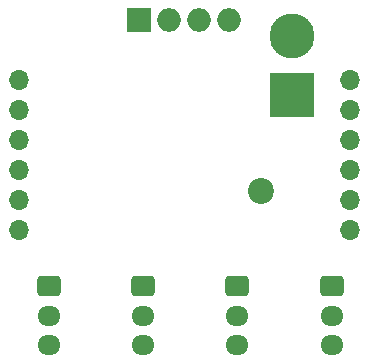
<source format=gbs>
G04 #@! TF.GenerationSoftware,KiCad,Pcbnew,7.0.1*
G04 #@! TF.CreationDate,2023-07-16T12:12:56+02:00*
G04 #@! TF.ProjectId,servo_level_shifter,73657276-6f5f-46c6-9576-656c5f736869,rev?*
G04 #@! TF.SameCoordinates,Original*
G04 #@! TF.FileFunction,Soldermask,Bot*
G04 #@! TF.FilePolarity,Negative*
%FSLAX46Y46*%
G04 Gerber Fmt 4.6, Leading zero omitted, Abs format (unit mm)*
G04 Created by KiCad (PCBNEW 7.0.1) date 2023-07-16 12:12:56*
%MOMM*%
%LPD*%
G01*
G04 APERTURE LIST*
G04 Aperture macros list*
%AMRoundRect*
0 Rectangle with rounded corners*
0 $1 Rounding radius*
0 $2 $3 $4 $5 $6 $7 $8 $9 X,Y pos of 4 corners*
0 Add a 4 corners polygon primitive as box body*
4,1,4,$2,$3,$4,$5,$6,$7,$8,$9,$2,$3,0*
0 Add four circle primitives for the rounded corners*
1,1,$1+$1,$2,$3*
1,1,$1+$1,$4,$5*
1,1,$1+$1,$6,$7*
1,1,$1+$1,$8,$9*
0 Add four rect primitives between the rounded corners*
20,1,$1+$1,$2,$3,$4,$5,0*
20,1,$1+$1,$4,$5,$6,$7,0*
20,1,$1+$1,$6,$7,$8,$9,0*
20,1,$1+$1,$8,$9,$2,$3,0*%
G04 Aperture macros list end*
%ADD10R,3.800000X3.800000*%
%ADD11C,3.800000*%
%ADD12RoundRect,0.250000X-0.725000X0.600000X-0.725000X-0.600000X0.725000X-0.600000X0.725000X0.600000X0*%
%ADD13O,1.950000X1.700000*%
%ADD14C,2.200000*%
%ADD15R,2.000000X2.000000*%
%ADD16O,2.000000X2.000000*%
%ADD17O,1.700000X1.700000*%
G04 APERTURE END LIST*
D10*
X111855000Y-59505000D03*
D11*
X111855000Y-54505000D03*
D12*
X91305000Y-75705000D03*
D13*
X91305000Y-78205000D03*
X91305000Y-80705000D03*
D12*
X99305000Y-75705000D03*
D13*
X99305000Y-78205000D03*
X99305000Y-80705000D03*
D12*
X115255000Y-75705000D03*
D13*
X115255000Y-78205000D03*
X115255000Y-80705000D03*
D14*
X109255000Y-67657500D03*
D15*
X98945000Y-53195000D03*
D16*
X101485000Y-53195000D03*
D17*
X88755000Y-58275000D03*
X88755000Y-60815000D03*
X88755000Y-63355000D03*
X88755000Y-65895000D03*
X88755000Y-68435000D03*
X88755000Y-70975000D03*
X116755000Y-70975000D03*
X116755000Y-68435000D03*
X116755000Y-65895000D03*
X116755000Y-63355000D03*
X116755000Y-60815000D03*
X116755000Y-58275000D03*
D16*
X104025000Y-53195000D03*
X106565000Y-53195000D03*
D12*
X107255000Y-75705000D03*
D13*
X107255000Y-78205000D03*
X107255000Y-80705000D03*
M02*

</source>
